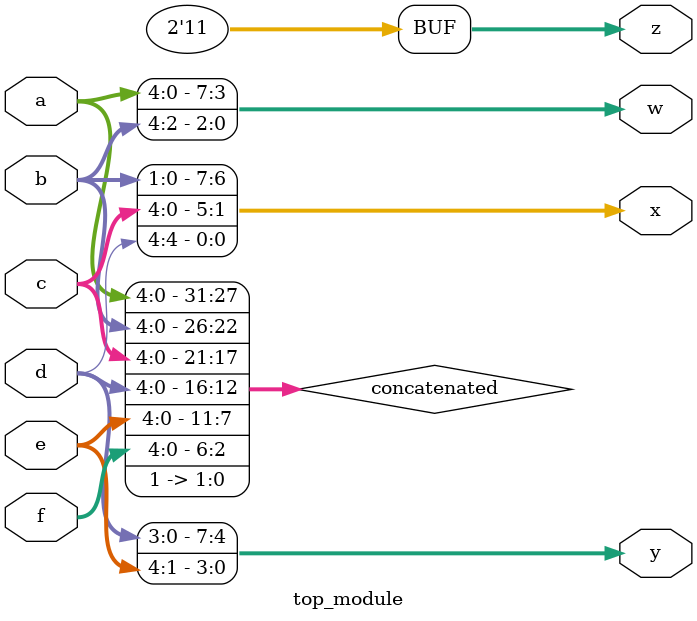
<source format=sv>
module top_module (
	input [4:0] a,
	input [4:0] b,
	input [4:0] c,
	input [4:0] d,
	input [4:0] e,
	input [4:0] f,
	output [7:0] w,
	output [7:0] x,
	output [7:0] y,
	output [7:8] z
);
    
    // Concatenate the input vectors and then add two 1 bits at the LSB
    wire [31:0] concatenated;
    assign concatenated = {a, b, c, d, e, f, 2'b11};

    // Split the concatenated vector into the output vectors
    assign w = concatenated[31:24];
    assign x = concatenated[23:16];
    assign y = concatenated[15:8];
    assign z = concatenated[7:0];

endmodule

</source>
